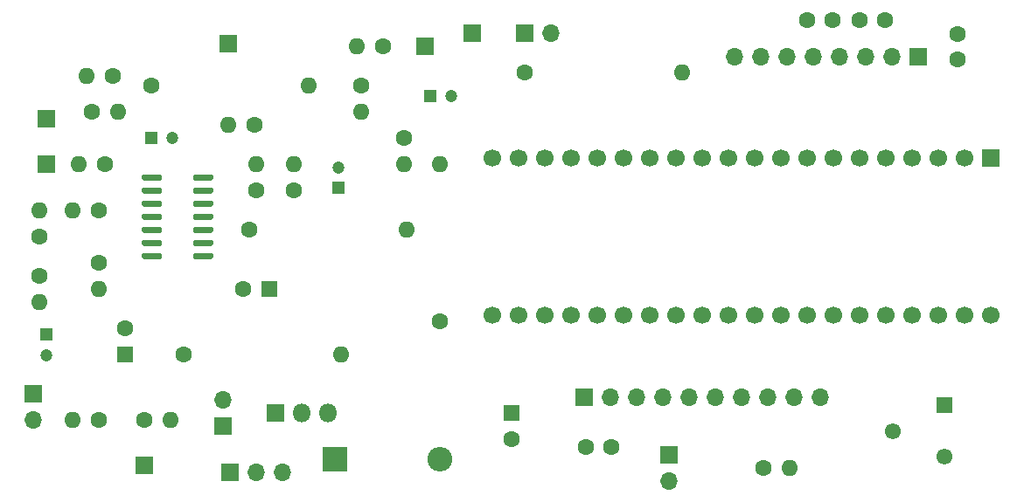
<source format=gbs>
%TF.GenerationSoftware,KiCad,Pcbnew,(5.1.10)-1*%
%TF.CreationDate,2021-06-08T18:49:46-04:00*%
%TF.ProjectId,PSU_main,5053555f-6d61-4696-9e2e-6b696361645f,rev?*%
%TF.SameCoordinates,Original*%
%TF.FileFunction,Soldermask,Bot*%
%TF.FilePolarity,Negative*%
%FSLAX46Y46*%
G04 Gerber Fmt 4.6, Leading zero omitted, Abs format (unit mm)*
G04 Created by KiCad (PCBNEW (5.1.10)-1) date 2021-06-08 18:49:46*
%MOMM*%
%LPD*%
G01*
G04 APERTURE LIST*
%ADD10C,1.700000*%
%ADD11R,1.700000X1.700000*%
%ADD12O,1.600000X1.600000*%
%ADD13C,1.600000*%
%ADD14O,1.700000X1.700000*%
%ADD15C,1.550000*%
%ADD16R,1.550000X1.550000*%
%ADD17C,1.200000*%
%ADD18R,1.200000X1.200000*%
%ADD19R,1.600000X1.600000*%
%ADD20R,2.400000X2.400000*%
%ADD21O,2.400000X2.400000*%
%ADD22R,1.800000X1.800000*%
%ADD23O,1.800000X1.800000*%
G04 APERTURE END LIST*
D10*
%TO.C,BP1*%
X179705000Y-106045000D03*
D11*
X179705000Y-90805000D03*
D10*
X177165000Y-106045000D03*
X177165000Y-90805000D03*
X174625000Y-106045000D03*
X174625000Y-90805000D03*
X172085000Y-106045000D03*
X172085000Y-90805000D03*
X169545000Y-106045000D03*
X169545000Y-90805000D03*
X167005000Y-106045000D03*
X167005000Y-90805000D03*
X164465000Y-106045000D03*
X164465000Y-90805000D03*
X161925000Y-106045000D03*
X161925000Y-90805000D03*
X159385000Y-106045000D03*
X159385000Y-90805000D03*
X156845000Y-106045000D03*
X156845000Y-90805000D03*
X154305000Y-106045000D03*
X154305000Y-90805000D03*
X151765000Y-106045000D03*
X151765000Y-90805000D03*
X149225000Y-106045000D03*
X149225000Y-90805000D03*
X146685000Y-106045000D03*
X146685000Y-90805000D03*
X144145000Y-106045000D03*
X144145000Y-90805000D03*
X141605000Y-106045000D03*
X141605000Y-90805000D03*
X139065000Y-106045000D03*
X139065000Y-90805000D03*
X136525000Y-106045000D03*
X136525000Y-90805000D03*
X133985000Y-106045000D03*
X133985000Y-90805000D03*
X131445000Y-106045000D03*
X131445000Y-90805000D03*
%TD*%
D12*
%TO.C,R13*%
X118745000Y-86360000D03*
D13*
X118745000Y-83820000D03*
%TD*%
D12*
%TO.C,R21*%
X100330000Y-116205000D03*
D13*
X97790000Y-116205000D03*
%TD*%
D11*
%TO.C,J10*%
X140335000Y-114046000D03*
D14*
X142875000Y-114046000D03*
X145415000Y-114046000D03*
X147955000Y-114046000D03*
X150495000Y-114046000D03*
X153035000Y-114046000D03*
X155575000Y-114046000D03*
X158115000Y-114046000D03*
X160655000Y-114046000D03*
X163195000Y-114046000D03*
%TD*%
D15*
%TO.C,RV1*%
X175260000Y-119808000D03*
D16*
X175260000Y-114808000D03*
D15*
X170260000Y-117308000D03*
%TD*%
D11*
%TO.C,J13*%
X97790000Y-120650000D03*
%TD*%
D13*
%TO.C,C5*%
X143002000Y-118872000D03*
X140502000Y-118872000D03*
%TD*%
D14*
%TO.C,J12*%
X148590000Y-122174000D03*
D11*
X148590000Y-119634000D03*
%TD*%
D17*
%TO.C,C1*%
X116586000Y-91726000D03*
D18*
X116586000Y-93726000D03*
%TD*%
%TO.C,C2*%
X125476000Y-84836000D03*
D17*
X127476000Y-84836000D03*
%TD*%
D18*
%TO.C,C3*%
X88265000Y-107950000D03*
D17*
X88265000Y-109950000D03*
%TD*%
%TO.C,C4*%
X100425000Y-88900000D03*
D18*
X98425000Y-88900000D03*
%TD*%
D13*
%TO.C,C6*%
X95885000Y-107355000D03*
D19*
X95885000Y-109855000D03*
%TD*%
%TO.C,C7*%
X133350000Y-115570000D03*
D13*
X133350000Y-118070000D03*
%TD*%
D19*
%TO.C,C8*%
X109855000Y-103505000D03*
D13*
X107355000Y-103505000D03*
%TD*%
%TO.C,C9*%
X164425000Y-77470000D03*
X161925000Y-77470000D03*
%TD*%
%TO.C,C10*%
X169505000Y-77470000D03*
X167005000Y-77470000D03*
%TD*%
%TO.C,C11*%
X176530000Y-81280000D03*
X176530000Y-78780000D03*
%TD*%
D20*
%TO.C,D1*%
X116205000Y-120015000D03*
D21*
X126365000Y-120015000D03*
%TD*%
D11*
%TO.C,J1*%
X88265000Y-86995000D03*
%TD*%
%TO.C,J2*%
X88265000Y-91440000D03*
%TD*%
%TO.C,J4*%
X124968000Y-80010000D03*
%TD*%
%TO.C,J5*%
X105918000Y-79756000D03*
%TD*%
%TO.C,J6*%
X172720000Y-81026000D03*
D14*
X170180000Y-81026000D03*
X167640000Y-81026000D03*
X165100000Y-81026000D03*
X162560000Y-81026000D03*
X160020000Y-81026000D03*
X157480000Y-81026000D03*
X154940000Y-81026000D03*
%TD*%
%TO.C,J7*%
X105410000Y-114300000D03*
D11*
X105410000Y-116840000D03*
%TD*%
%TO.C,J8*%
X129540000Y-78740000D03*
%TD*%
D14*
%TO.C,J9*%
X137160000Y-78740000D03*
D11*
X134620000Y-78740000D03*
%TD*%
D14*
%TO.C,J11*%
X86995000Y-116205000D03*
D11*
X86995000Y-113665000D03*
%TD*%
%TO.C,J14*%
X106045000Y-121285000D03*
D14*
X108585000Y-121285000D03*
X111125000Y-121285000D03*
%TD*%
D22*
%TO.C,Q1*%
X110490000Y-115570000D03*
D23*
X113030000Y-115570000D03*
X115570000Y-115570000D03*
%TD*%
D13*
%TO.C,R2*%
X107950000Y-97790000D03*
D12*
X123190000Y-97790000D03*
%TD*%
%TO.C,R17*%
X126365000Y-91440000D03*
D13*
X126365000Y-106680000D03*
%TD*%
D12*
%TO.C,R18*%
X149860000Y-82550000D03*
D13*
X134620000Y-82550000D03*
%TD*%
%TO.C,U1*%
G36*
G01*
X97515000Y-100480000D02*
X97515000Y-100180000D01*
G75*
G02*
X97665000Y-100030000I150000J0D01*
G01*
X99315000Y-100030000D01*
G75*
G02*
X99465000Y-100180000I0J-150000D01*
G01*
X99465000Y-100480000D01*
G75*
G02*
X99315000Y-100630000I-150000J0D01*
G01*
X97665000Y-100630000D01*
G75*
G02*
X97515000Y-100480000I0J150000D01*
G01*
G37*
G36*
G01*
X97515000Y-99210000D02*
X97515000Y-98910000D01*
G75*
G02*
X97665000Y-98760000I150000J0D01*
G01*
X99315000Y-98760000D01*
G75*
G02*
X99465000Y-98910000I0J-150000D01*
G01*
X99465000Y-99210000D01*
G75*
G02*
X99315000Y-99360000I-150000J0D01*
G01*
X97665000Y-99360000D01*
G75*
G02*
X97515000Y-99210000I0J150000D01*
G01*
G37*
G36*
G01*
X97515000Y-97940000D02*
X97515000Y-97640000D01*
G75*
G02*
X97665000Y-97490000I150000J0D01*
G01*
X99315000Y-97490000D01*
G75*
G02*
X99465000Y-97640000I0J-150000D01*
G01*
X99465000Y-97940000D01*
G75*
G02*
X99315000Y-98090000I-150000J0D01*
G01*
X97665000Y-98090000D01*
G75*
G02*
X97515000Y-97940000I0J150000D01*
G01*
G37*
G36*
G01*
X97515000Y-96670000D02*
X97515000Y-96370000D01*
G75*
G02*
X97665000Y-96220000I150000J0D01*
G01*
X99315000Y-96220000D01*
G75*
G02*
X99465000Y-96370000I0J-150000D01*
G01*
X99465000Y-96670000D01*
G75*
G02*
X99315000Y-96820000I-150000J0D01*
G01*
X97665000Y-96820000D01*
G75*
G02*
X97515000Y-96670000I0J150000D01*
G01*
G37*
G36*
G01*
X97515000Y-95400000D02*
X97515000Y-95100000D01*
G75*
G02*
X97665000Y-94950000I150000J0D01*
G01*
X99315000Y-94950000D01*
G75*
G02*
X99465000Y-95100000I0J-150000D01*
G01*
X99465000Y-95400000D01*
G75*
G02*
X99315000Y-95550000I-150000J0D01*
G01*
X97665000Y-95550000D01*
G75*
G02*
X97515000Y-95400000I0J150000D01*
G01*
G37*
G36*
G01*
X97515000Y-94130000D02*
X97515000Y-93830000D01*
G75*
G02*
X97665000Y-93680000I150000J0D01*
G01*
X99315000Y-93680000D01*
G75*
G02*
X99465000Y-93830000I0J-150000D01*
G01*
X99465000Y-94130000D01*
G75*
G02*
X99315000Y-94280000I-150000J0D01*
G01*
X97665000Y-94280000D01*
G75*
G02*
X97515000Y-94130000I0J150000D01*
G01*
G37*
G36*
G01*
X97515000Y-92860000D02*
X97515000Y-92560000D01*
G75*
G02*
X97665000Y-92410000I150000J0D01*
G01*
X99315000Y-92410000D01*
G75*
G02*
X99465000Y-92560000I0J-150000D01*
G01*
X99465000Y-92860000D01*
G75*
G02*
X99315000Y-93010000I-150000J0D01*
G01*
X97665000Y-93010000D01*
G75*
G02*
X97515000Y-92860000I0J150000D01*
G01*
G37*
G36*
G01*
X102465000Y-92860000D02*
X102465000Y-92560000D01*
G75*
G02*
X102615000Y-92410000I150000J0D01*
G01*
X104265000Y-92410000D01*
G75*
G02*
X104415000Y-92560000I0J-150000D01*
G01*
X104415000Y-92860000D01*
G75*
G02*
X104265000Y-93010000I-150000J0D01*
G01*
X102615000Y-93010000D01*
G75*
G02*
X102465000Y-92860000I0J150000D01*
G01*
G37*
G36*
G01*
X102465000Y-94130000D02*
X102465000Y-93830000D01*
G75*
G02*
X102615000Y-93680000I150000J0D01*
G01*
X104265000Y-93680000D01*
G75*
G02*
X104415000Y-93830000I0J-150000D01*
G01*
X104415000Y-94130000D01*
G75*
G02*
X104265000Y-94280000I-150000J0D01*
G01*
X102615000Y-94280000D01*
G75*
G02*
X102465000Y-94130000I0J150000D01*
G01*
G37*
G36*
G01*
X102465000Y-95400000D02*
X102465000Y-95100000D01*
G75*
G02*
X102615000Y-94950000I150000J0D01*
G01*
X104265000Y-94950000D01*
G75*
G02*
X104415000Y-95100000I0J-150000D01*
G01*
X104415000Y-95400000D01*
G75*
G02*
X104265000Y-95550000I-150000J0D01*
G01*
X102615000Y-95550000D01*
G75*
G02*
X102465000Y-95400000I0J150000D01*
G01*
G37*
G36*
G01*
X102465000Y-96670000D02*
X102465000Y-96370000D01*
G75*
G02*
X102615000Y-96220000I150000J0D01*
G01*
X104265000Y-96220000D01*
G75*
G02*
X104415000Y-96370000I0J-150000D01*
G01*
X104415000Y-96670000D01*
G75*
G02*
X104265000Y-96820000I-150000J0D01*
G01*
X102615000Y-96820000D01*
G75*
G02*
X102465000Y-96670000I0J150000D01*
G01*
G37*
G36*
G01*
X102465000Y-97940000D02*
X102465000Y-97640000D01*
G75*
G02*
X102615000Y-97490000I150000J0D01*
G01*
X104265000Y-97490000D01*
G75*
G02*
X104415000Y-97640000I0J-150000D01*
G01*
X104415000Y-97940000D01*
G75*
G02*
X104265000Y-98090000I-150000J0D01*
G01*
X102615000Y-98090000D01*
G75*
G02*
X102465000Y-97940000I0J150000D01*
G01*
G37*
G36*
G01*
X102465000Y-99210000D02*
X102465000Y-98910000D01*
G75*
G02*
X102615000Y-98760000I150000J0D01*
G01*
X104265000Y-98760000D01*
G75*
G02*
X104415000Y-98910000I0J-150000D01*
G01*
X104415000Y-99210000D01*
G75*
G02*
X104265000Y-99360000I-150000J0D01*
G01*
X102615000Y-99360000D01*
G75*
G02*
X102465000Y-99210000I0J150000D01*
G01*
G37*
G36*
G01*
X102465000Y-100480000D02*
X102465000Y-100180000D01*
G75*
G02*
X102615000Y-100030000I150000J0D01*
G01*
X104265000Y-100030000D01*
G75*
G02*
X104415000Y-100180000I0J-150000D01*
G01*
X104415000Y-100480000D01*
G75*
G02*
X104265000Y-100630000I-150000J0D01*
G01*
X102615000Y-100630000D01*
G75*
G02*
X102465000Y-100480000I0J150000D01*
G01*
G37*
%TD*%
%TO.C,R9*%
X93345000Y-100965000D03*
D12*
X93345000Y-103505000D03*
%TD*%
D13*
%TO.C,R1*%
X93345000Y-95885000D03*
D12*
X90805000Y-95885000D03*
%TD*%
D13*
%TO.C,R4*%
X93980000Y-91440000D03*
D12*
X91440000Y-91440000D03*
%TD*%
%TO.C,R3*%
X87630000Y-104775000D03*
D13*
X87630000Y-102235000D03*
%TD*%
%TO.C,R5*%
X87630000Y-98425000D03*
D12*
X87630000Y-95885000D03*
%TD*%
D13*
%TO.C,R11*%
X108585000Y-93980000D03*
D12*
X108585000Y-91440000D03*
%TD*%
%TO.C,R7*%
X112268000Y-91440000D03*
D13*
X112268000Y-93980000D03*
%TD*%
%TO.C,R16*%
X108458000Y-87630000D03*
D12*
X105918000Y-87630000D03*
%TD*%
D13*
%TO.C,R6*%
X94742000Y-82854800D03*
D12*
X92202000Y-82854800D03*
%TD*%
D13*
%TO.C,R10*%
X92710000Y-86360000D03*
D12*
X95250000Y-86360000D03*
%TD*%
D13*
%TO.C,R15*%
X98425000Y-83820000D03*
D12*
X113665000Y-83820000D03*
%TD*%
D13*
%TO.C,R14*%
X101600000Y-109855000D03*
D12*
X116840000Y-109855000D03*
%TD*%
D13*
%TO.C,R8*%
X122936000Y-88900000D03*
D12*
X122936000Y-91440000D03*
%TD*%
D13*
%TO.C,R12*%
X120904000Y-80010000D03*
D12*
X118364000Y-80010000D03*
%TD*%
D13*
%TO.C,R19*%
X157734000Y-120904000D03*
D12*
X160274000Y-120904000D03*
%TD*%
D13*
%TO.C,R20*%
X93345000Y-116205000D03*
D12*
X90805000Y-116205000D03*
%TD*%
M02*

</source>
